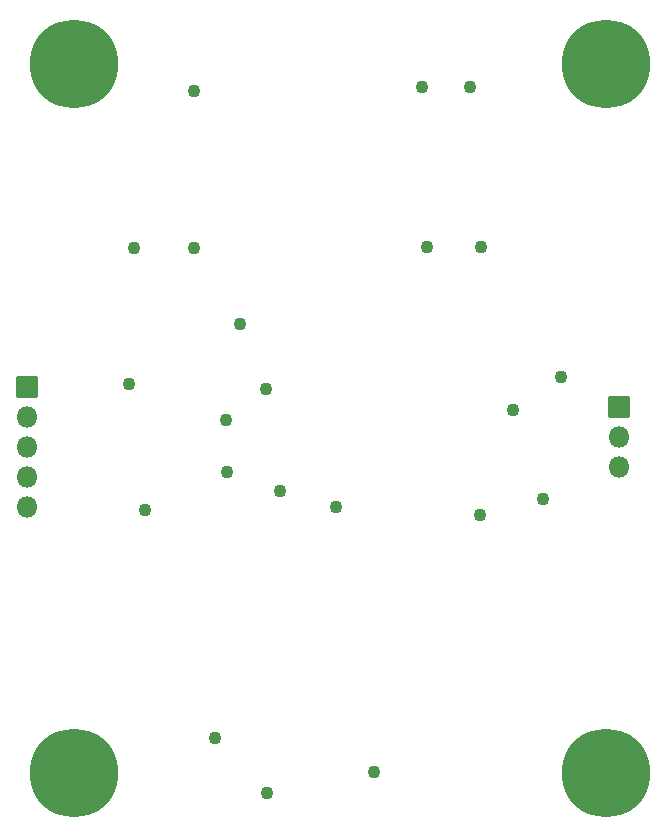
<source format=gbs>
G04 #@! TF.GenerationSoftware,KiCad,Pcbnew,(6.0.2)*
G04 #@! TF.CreationDate,2022-02-21T10:35:24-06:00*
G04 #@! TF.ProjectId,20-ELC-2-01-R2(Appetizer),32302d45-4c43-42d3-922d-30312d523228,v1*
G04 #@! TF.SameCoordinates,Original*
G04 #@! TF.FileFunction,Soldermask,Bot*
G04 #@! TF.FilePolarity,Negative*
%FSLAX46Y46*%
G04 Gerber Fmt 4.6, Leading zero omitted, Abs format (unit mm)*
G04 Created by KiCad (PCBNEW (6.0.2)) date 2022-02-21 10:35:24*
%MOMM*%
%LPD*%
G01*
G04 APERTURE LIST*
G04 Aperture macros list*
%AMRoundRect*
0 Rectangle with rounded corners*
0 $1 Rounding radius*
0 $2 $3 $4 $5 $6 $7 $8 $9 X,Y pos of 4 corners*
0 Add a 4 corners polygon primitive as box body*
4,1,4,$2,$3,$4,$5,$6,$7,$8,$9,$2,$3,0*
0 Add four circle primitives for the rounded corners*
1,1,$1+$1,$2,$3*
1,1,$1+$1,$4,$5*
1,1,$1+$1,$6,$7*
1,1,$1+$1,$8,$9*
0 Add four rect primitives between the rounded corners*
20,1,$1+$1,$2,$3,$4,$5,0*
20,1,$1+$1,$4,$5,$6,$7,0*
20,1,$1+$1,$6,$7,$8,$9,0*
20,1,$1+$1,$8,$9,$2,$3,0*%
G04 Aperture macros list end*
%ADD10C,1.102000*%
%ADD11C,4.202000*%
%ADD12C,7.502000*%
%ADD13RoundRect,0.051000X-0.850000X-0.850000X0.850000X-0.850000X0.850000X0.850000X-0.850000X0.850000X0*%
%ADD14O,1.802000X1.802000*%
G04 APERTURE END LIST*
D10*
X156225000Y-85475000D03*
X144435800Y-60900000D03*
X121000000Y-96750000D03*
X119600000Y-86050000D03*
X131325000Y-120700000D03*
X125158500Y-74549000D03*
X140350000Y-118900000D03*
X148525000Y-60900000D03*
X149453600Y-74472800D03*
X149375000Y-97200000D03*
X131250000Y-86500000D03*
X120078500Y-74549000D03*
X152175000Y-88250000D03*
X129000000Y-81000000D03*
X125125000Y-61275000D03*
X137175000Y-96475000D03*
X126873000Y-116078000D03*
X154700000Y-95800000D03*
D11*
X160000000Y-119000000D03*
D12*
X160000000Y-119000000D03*
X160000000Y-59000000D03*
D11*
X160000000Y-59000000D03*
D12*
X115000000Y-119000000D03*
D11*
X115000000Y-119000000D03*
X115000000Y-59000000D03*
D12*
X115000000Y-59000000D03*
D10*
X144830800Y-74472800D03*
D13*
X161086800Y-88036400D03*
D14*
X161086800Y-90576400D03*
X161086800Y-93116400D03*
D10*
X127900000Y-93550000D03*
X127850000Y-89150000D03*
D13*
X110947200Y-86360000D03*
D14*
X110947200Y-88900000D03*
X110947200Y-91440000D03*
X110947200Y-93980000D03*
X110947200Y-96520000D03*
D10*
X132400000Y-95175000D03*
M02*

</source>
